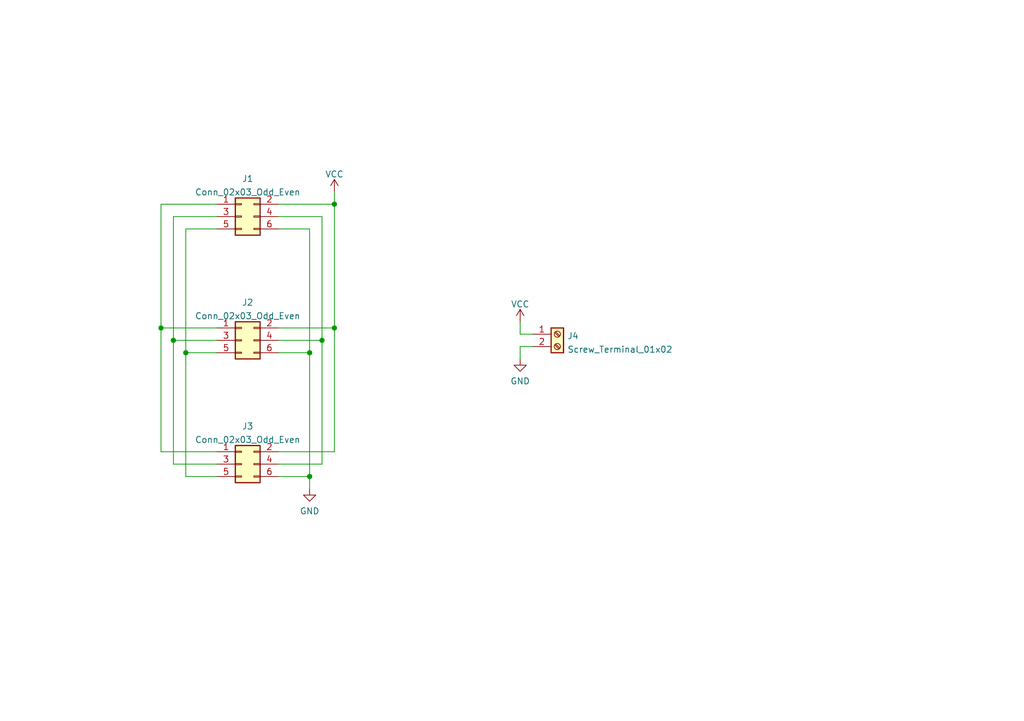
<source format=kicad_sch>
(kicad_sch (version 20211123) (generator eeschema)

  (uuid e63e39d7-6ac0-4ffd-8aa3-1841a4541b55)

  (paper "A5")

  (title_block
    (title "eAVR6-adapter-hrz")
    (company "Nakamura Labs")
    (comment 1 "https://github.com/kiu/eAVR")
  )

  (lib_symbols
    (symbol "Connector:Screw_Terminal_01x02" (pin_names (offset 1.016) hide) (in_bom yes) (on_board yes)
      (property "Reference" "J" (id 0) (at 0 2.54 0)
        (effects (font (size 1.27 1.27)))
      )
      (property "Value" "Screw_Terminal_01x02" (id 1) (at 0 -5.08 0)
        (effects (font (size 1.27 1.27)))
      )
      (property "Footprint" "" (id 2) (at 0 0 0)
        (effects (font (size 1.27 1.27)) hide)
      )
      (property "Datasheet" "~" (id 3) (at 0 0 0)
        (effects (font (size 1.27 1.27)) hide)
      )
      (property "ki_keywords" "screw terminal" (id 4) (at 0 0 0)
        (effects (font (size 1.27 1.27)) hide)
      )
      (property "ki_description" "Generic screw terminal, single row, 01x02, script generated (kicad-library-utils/schlib/autogen/connector/)" (id 5) (at 0 0 0)
        (effects (font (size 1.27 1.27)) hide)
      )
      (property "ki_fp_filters" "TerminalBlock*:*" (id 6) (at 0 0 0)
        (effects (font (size 1.27 1.27)) hide)
      )
      (symbol "Screw_Terminal_01x02_1_1"
        (rectangle (start -1.27 1.27) (end 1.27 -3.81)
          (stroke (width 0.254) (type default) (color 0 0 0 0))
          (fill (type background))
        )
        (circle (center 0 -2.54) (radius 0.635)
          (stroke (width 0.1524) (type default) (color 0 0 0 0))
          (fill (type none))
        )
        (polyline
          (pts
            (xy -0.5334 -2.2098)
            (xy 0.3302 -3.048)
          )
          (stroke (width 0.1524) (type default) (color 0 0 0 0))
          (fill (type none))
        )
        (polyline
          (pts
            (xy -0.5334 0.3302)
            (xy 0.3302 -0.508)
          )
          (stroke (width 0.1524) (type default) (color 0 0 0 0))
          (fill (type none))
        )
        (polyline
          (pts
            (xy -0.3556 -2.032)
            (xy 0.508 -2.8702)
          )
          (stroke (width 0.1524) (type default) (color 0 0 0 0))
          (fill (type none))
        )
        (polyline
          (pts
            (xy -0.3556 0.508)
            (xy 0.508 -0.3302)
          )
          (stroke (width 0.1524) (type default) (color 0 0 0 0))
          (fill (type none))
        )
        (circle (center 0 0) (radius 0.635)
          (stroke (width 0.1524) (type default) (color 0 0 0 0))
          (fill (type none))
        )
        (pin passive line (at -5.08 0 0) (length 3.81)
          (name "Pin_1" (effects (font (size 1.27 1.27))))
          (number "1" (effects (font (size 1.27 1.27))))
        )
        (pin passive line (at -5.08 -2.54 0) (length 3.81)
          (name "Pin_2" (effects (font (size 1.27 1.27))))
          (number "2" (effects (font (size 1.27 1.27))))
        )
      )
    )
    (symbol "Connector_Generic:Conn_02x03_Odd_Even" (pin_names (offset 1.016) hide) (in_bom yes) (on_board yes)
      (property "Reference" "J" (id 0) (at 1.27 5.08 0)
        (effects (font (size 1.27 1.27)))
      )
      (property "Value" "Conn_02x03_Odd_Even" (id 1) (at 1.27 -5.08 0)
        (effects (font (size 1.27 1.27)))
      )
      (property "Footprint" "" (id 2) (at 0 0 0)
        (effects (font (size 1.27 1.27)) hide)
      )
      (property "Datasheet" "~" (id 3) (at 0 0 0)
        (effects (font (size 1.27 1.27)) hide)
      )
      (property "ki_keywords" "connector" (id 4) (at 0 0 0)
        (effects (font (size 1.27 1.27)) hide)
      )
      (property "ki_description" "Generic connector, double row, 02x03, odd/even pin numbering scheme (row 1 odd numbers, row 2 even numbers), script generated (kicad-library-utils/schlib/autogen/connector/)" (id 5) (at 0 0 0)
        (effects (font (size 1.27 1.27)) hide)
      )
      (property "ki_fp_filters" "Connector*:*_2x??_*" (id 6) (at 0 0 0)
        (effects (font (size 1.27 1.27)) hide)
      )
      (symbol "Conn_02x03_Odd_Even_1_1"
        (rectangle (start -1.27 -2.413) (end 0 -2.667)
          (stroke (width 0.1524) (type default) (color 0 0 0 0))
          (fill (type none))
        )
        (rectangle (start -1.27 0.127) (end 0 -0.127)
          (stroke (width 0.1524) (type default) (color 0 0 0 0))
          (fill (type none))
        )
        (rectangle (start -1.27 2.667) (end 0 2.413)
          (stroke (width 0.1524) (type default) (color 0 0 0 0))
          (fill (type none))
        )
        (rectangle (start -1.27 3.81) (end 3.81 -3.81)
          (stroke (width 0.254) (type default) (color 0 0 0 0))
          (fill (type background))
        )
        (rectangle (start 3.81 -2.413) (end 2.54 -2.667)
          (stroke (width 0.1524) (type default) (color 0 0 0 0))
          (fill (type none))
        )
        (rectangle (start 3.81 0.127) (end 2.54 -0.127)
          (stroke (width 0.1524) (type default) (color 0 0 0 0))
          (fill (type none))
        )
        (rectangle (start 3.81 2.667) (end 2.54 2.413)
          (stroke (width 0.1524) (type default) (color 0 0 0 0))
          (fill (type none))
        )
        (pin passive line (at -5.08 2.54 0) (length 3.81)
          (name "Pin_1" (effects (font (size 1.27 1.27))))
          (number "1" (effects (font (size 1.27 1.27))))
        )
        (pin passive line (at 7.62 2.54 180) (length 3.81)
          (name "Pin_2" (effects (font (size 1.27 1.27))))
          (number "2" (effects (font (size 1.27 1.27))))
        )
        (pin passive line (at -5.08 0 0) (length 3.81)
          (name "Pin_3" (effects (font (size 1.27 1.27))))
          (number "3" (effects (font (size 1.27 1.27))))
        )
        (pin passive line (at 7.62 0 180) (length 3.81)
          (name "Pin_4" (effects (font (size 1.27 1.27))))
          (number "4" (effects (font (size 1.27 1.27))))
        )
        (pin passive line (at -5.08 -2.54 0) (length 3.81)
          (name "Pin_5" (effects (font (size 1.27 1.27))))
          (number "5" (effects (font (size 1.27 1.27))))
        )
        (pin passive line (at 7.62 -2.54 180) (length 3.81)
          (name "Pin_6" (effects (font (size 1.27 1.27))))
          (number "6" (effects (font (size 1.27 1.27))))
        )
      )
    )
    (symbol "power:GND" (power) (pin_names (offset 0)) (in_bom yes) (on_board yes)
      (property "Reference" "#PWR" (id 0) (at 0 -6.35 0)
        (effects (font (size 1.27 1.27)) hide)
      )
      (property "Value" "GND" (id 1) (at 0 -3.81 0)
        (effects (font (size 1.27 1.27)))
      )
      (property "Footprint" "" (id 2) (at 0 0 0)
        (effects (font (size 1.27 1.27)) hide)
      )
      (property "Datasheet" "" (id 3) (at 0 0 0)
        (effects (font (size 1.27 1.27)) hide)
      )
      (property "ki_keywords" "power-flag" (id 4) (at 0 0 0)
        (effects (font (size 1.27 1.27)) hide)
      )
      (property "ki_description" "Power symbol creates a global label with name \"GND\" , ground" (id 5) (at 0 0 0)
        (effects (font (size 1.27 1.27)) hide)
      )
      (symbol "GND_0_1"
        (polyline
          (pts
            (xy 0 0)
            (xy 0 -1.27)
            (xy 1.27 -1.27)
            (xy 0 -2.54)
            (xy -1.27 -1.27)
            (xy 0 -1.27)
          )
          (stroke (width 0) (type default) (color 0 0 0 0))
          (fill (type none))
        )
      )
      (symbol "GND_1_1"
        (pin power_in line (at 0 0 270) (length 0) hide
          (name "GND" (effects (font (size 1.27 1.27))))
          (number "1" (effects (font (size 1.27 1.27))))
        )
      )
    )
    (symbol "power:VCC" (power) (pin_names (offset 0)) (in_bom yes) (on_board yes)
      (property "Reference" "#PWR" (id 0) (at 0 -3.81 0)
        (effects (font (size 1.27 1.27)) hide)
      )
      (property "Value" "VCC" (id 1) (at 0 3.81 0)
        (effects (font (size 1.27 1.27)))
      )
      (property "Footprint" "" (id 2) (at 0 0 0)
        (effects (font (size 1.27 1.27)) hide)
      )
      (property "Datasheet" "" (id 3) (at 0 0 0)
        (effects (font (size 1.27 1.27)) hide)
      )
      (property "ki_keywords" "power-flag" (id 4) (at 0 0 0)
        (effects (font (size 1.27 1.27)) hide)
      )
      (property "ki_description" "Power symbol creates a global label with name \"VCC\"" (id 5) (at 0 0 0)
        (effects (font (size 1.27 1.27)) hide)
      )
      (symbol "VCC_0_1"
        (polyline
          (pts
            (xy -0.762 1.27)
            (xy 0 2.54)
          )
          (stroke (width 0) (type default) (color 0 0 0 0))
          (fill (type none))
        )
        (polyline
          (pts
            (xy 0 0)
            (xy 0 2.54)
          )
          (stroke (width 0) (type default) (color 0 0 0 0))
          (fill (type none))
        )
        (polyline
          (pts
            (xy 0 2.54)
            (xy 0.762 1.27)
          )
          (stroke (width 0) (type default) (color 0 0 0 0))
          (fill (type none))
        )
      )
      (symbol "VCC_1_1"
        (pin power_in line (at 0 0 90) (length 0) hide
          (name "VCC" (effects (font (size 1.27 1.27))))
          (number "1" (effects (font (size 1.27 1.27))))
        )
      )
    )
  )

  (junction (at 63.5 97.79) (diameter 0) (color 0 0 0 0)
    (uuid 058fedcc-704d-4293-8197-34a17ef8dc07)
  )
  (junction (at 68.58 41.91) (diameter 0) (color 0 0 0 0)
    (uuid 23425199-2ac8-404e-b295-8bb0276f526e)
  )
  (junction (at 66.04 69.85) (diameter 0) (color 0 0 0 0)
    (uuid 49389a66-8741-452b-8284-834f65c51e1b)
  )
  (junction (at 35.56 69.85) (diameter 0) (color 0 0 0 0)
    (uuid 5c16107e-b60f-4f98-bbed-8abfeb5d4011)
  )
  (junction (at 63.5 72.39) (diameter 0) (color 0 0 0 0)
    (uuid 7ea15999-0781-4c2e-a266-2adaf5a39946)
  )
  (junction (at 33.02 67.31) (diameter 0) (color 0 0 0 0)
    (uuid c27162ce-dec2-4696-8422-f740d31716cf)
  )
  (junction (at 38.1 72.39) (diameter 0) (color 0 0 0 0)
    (uuid e382fedc-c868-44fd-9740-47cc05b15c1c)
  )
  (junction (at 68.58 67.31) (diameter 0) (color 0 0 0 0)
    (uuid fd2d066c-2ff9-43c4-ab8e-a65d2b71b5c1)
  )

  (wire (pts (xy 35.56 95.25) (xy 44.45 95.25))
    (stroke (width 0) (type default) (color 0 0 0 0))
    (uuid 051d4750-b73a-474f-abf5-a58dadb01c92)
  )
  (wire (pts (xy 57.15 46.99) (xy 63.5 46.99))
    (stroke (width 0) (type default) (color 0 0 0 0))
    (uuid 1675ce03-54b6-4252-90b1-150b2d4729ec)
  )
  (wire (pts (xy 57.15 41.91) (xy 68.58 41.91))
    (stroke (width 0) (type default) (color 0 0 0 0))
    (uuid 1e362064-1c5c-469c-8576-28390879d190)
  )
  (wire (pts (xy 66.04 44.45) (xy 66.04 69.85))
    (stroke (width 0) (type default) (color 0 0 0 0))
    (uuid 31ae1ddb-55f8-4875-b94d-87a4d0c86414)
  )
  (wire (pts (xy 63.5 46.99) (xy 63.5 72.39))
    (stroke (width 0) (type default) (color 0 0 0 0))
    (uuid 31d127b8-e8f8-47b6-acc4-5f7197d756d8)
  )
  (wire (pts (xy 57.15 69.85) (xy 66.04 69.85))
    (stroke (width 0) (type default) (color 0 0 0 0))
    (uuid 3a41f6b2-d64e-4fc9-9c78-62461e28f42c)
  )
  (wire (pts (xy 57.15 72.39) (xy 63.5 72.39))
    (stroke (width 0) (type default) (color 0 0 0 0))
    (uuid 539ff21e-64a5-4d0a-a3c6-87ad104f3729)
  )
  (wire (pts (xy 33.02 67.31) (xy 44.45 67.31))
    (stroke (width 0) (type default) (color 0 0 0 0))
    (uuid 5417d93e-ea72-4615-a825-50b48895bd92)
  )
  (wire (pts (xy 109.22 71.12) (xy 106.68 71.12))
    (stroke (width 0) (type default) (color 0 0 0 0))
    (uuid 5c5b3284-d7e2-4069-8087-eaf4a8346272)
  )
  (wire (pts (xy 33.02 41.91) (xy 33.02 67.31))
    (stroke (width 0) (type default) (color 0 0 0 0))
    (uuid 70b621b6-45b5-43cb-9683-d589118723d7)
  )
  (wire (pts (xy 44.45 46.99) (xy 38.1 46.99))
    (stroke (width 0) (type default) (color 0 0 0 0))
    (uuid 73e2a101-0bc0-414b-9aa7-7eeb8a3caef1)
  )
  (wire (pts (xy 35.56 69.85) (xy 35.56 95.25))
    (stroke (width 0) (type default) (color 0 0 0 0))
    (uuid 74a9c3ca-08aa-4a6a-9a4f-5ecc24362076)
  )
  (wire (pts (xy 106.68 66.04) (xy 106.68 68.58))
    (stroke (width 0) (type default) (color 0 0 0 0))
    (uuid 794e55a0-75fe-436a-8b64-c2f248c65f18)
  )
  (wire (pts (xy 38.1 72.39) (xy 38.1 97.79))
    (stroke (width 0) (type default) (color 0 0 0 0))
    (uuid 7e9c7b14-3332-49ee-a587-5014a80db3f9)
  )
  (wire (pts (xy 44.45 41.91) (xy 33.02 41.91))
    (stroke (width 0) (type default) (color 0 0 0 0))
    (uuid 7f2c9904-545b-4337-acd6-8707e0924818)
  )
  (wire (pts (xy 63.5 72.39) (xy 63.5 97.79))
    (stroke (width 0) (type default) (color 0 0 0 0))
    (uuid 815a0815-7930-45ec-8d6e-dc110f979c75)
  )
  (wire (pts (xy 106.68 68.58) (xy 109.22 68.58))
    (stroke (width 0) (type default) (color 0 0 0 0))
    (uuid 875404be-e359-458a-af29-1bd3403dd55f)
  )
  (wire (pts (xy 57.15 44.45) (xy 66.04 44.45))
    (stroke (width 0) (type default) (color 0 0 0 0))
    (uuid 92ba8945-0271-4dc3-a102-541bc7646045)
  )
  (wire (pts (xy 57.15 67.31) (xy 68.58 67.31))
    (stroke (width 0) (type default) (color 0 0 0 0))
    (uuid 93340c38-8bfd-447a-bf60-be3c6dc860d9)
  )
  (wire (pts (xy 68.58 92.71) (xy 57.15 92.71))
    (stroke (width 0) (type default) (color 0 0 0 0))
    (uuid 99e5628a-8c61-4f9d-aa6e-5b585271b505)
  )
  (wire (pts (xy 63.5 97.79) (xy 63.5 100.33))
    (stroke (width 0) (type default) (color 0 0 0 0))
    (uuid 9f289b4a-cc82-473b-9973-1ab4c36355f8)
  )
  (wire (pts (xy 35.56 69.85) (xy 44.45 69.85))
    (stroke (width 0) (type default) (color 0 0 0 0))
    (uuid a1f64cc6-dc73-41aa-a86c-99d2c0c7e9e8)
  )
  (wire (pts (xy 38.1 46.99) (xy 38.1 72.39))
    (stroke (width 0) (type default) (color 0 0 0 0))
    (uuid a49f7437-7605-4a08-b3ab-0ea16e8bc6c8)
  )
  (wire (pts (xy 68.58 67.31) (xy 68.58 92.71))
    (stroke (width 0) (type default) (color 0 0 0 0))
    (uuid a632aa3e-0113-4f5d-90b5-27bac9ed8392)
  )
  (wire (pts (xy 33.02 92.71) (xy 44.45 92.71))
    (stroke (width 0) (type default) (color 0 0 0 0))
    (uuid ad9624f8-cf25-4b9a-95b1-2c64fccd57f6)
  )
  (wire (pts (xy 63.5 97.79) (xy 57.15 97.79))
    (stroke (width 0) (type default) (color 0 0 0 0))
    (uuid aeef9f8f-2515-46d6-a613-4e8d98d0e468)
  )
  (wire (pts (xy 44.45 44.45) (xy 35.56 44.45))
    (stroke (width 0) (type default) (color 0 0 0 0))
    (uuid b7e9cf10-b74e-4e80-a7f1-e33a29fe56de)
  )
  (wire (pts (xy 38.1 97.79) (xy 44.45 97.79))
    (stroke (width 0) (type default) (color 0 0 0 0))
    (uuid c7050574-27e1-4a80-9dab-24805663409e)
  )
  (wire (pts (xy 68.58 41.91) (xy 68.58 67.31))
    (stroke (width 0) (type default) (color 0 0 0 0))
    (uuid c8ce7d0f-bd8a-416c-9bb9-339f4090a830)
  )
  (wire (pts (xy 66.04 95.25) (xy 57.15 95.25))
    (stroke (width 0) (type default) (color 0 0 0 0))
    (uuid c9af433b-c759-435f-b23f-8e61bde22221)
  )
  (wire (pts (xy 106.68 71.12) (xy 106.68 73.66))
    (stroke (width 0) (type default) (color 0 0 0 0))
    (uuid d5605fa7-538d-473c-8da8-4e6409672b1d)
  )
  (wire (pts (xy 38.1 72.39) (xy 44.45 72.39))
    (stroke (width 0) (type default) (color 0 0 0 0))
    (uuid daa8252e-3760-4210-b0ae-513325376d6c)
  )
  (wire (pts (xy 68.58 39.37) (xy 68.58 41.91))
    (stroke (width 0) (type default) (color 0 0 0 0))
    (uuid dc419a21-b30b-44db-8d8a-272c5f8ad6c6)
  )
  (wire (pts (xy 66.04 69.85) (xy 66.04 95.25))
    (stroke (width 0) (type default) (color 0 0 0 0))
    (uuid e5e03502-ed28-4743-9af6-23bafe8e639e)
  )
  (wire (pts (xy 33.02 67.31) (xy 33.02 92.71))
    (stroke (width 0) (type default) (color 0 0 0 0))
    (uuid f03f8712-a7f0-45ba-8dbf-7ce6f298ed42)
  )
  (wire (pts (xy 35.56 44.45) (xy 35.56 69.85))
    (stroke (width 0) (type default) (color 0 0 0 0))
    (uuid f46f4b86-daf6-4869-98cb-928039f00f5f)
  )

  (symbol (lib_id "power:VCC") (at 68.58 39.37 0) (unit 1)
    (in_bom yes) (on_board yes) (fields_autoplaced)
    (uuid 3191783e-5075-4348-8aac-846f923d21cb)
    (property "Reference" "#PWR02" (id 0) (at 68.58 43.18 0)
      (effects (font (size 1.27 1.27)) hide)
    )
    (property "Value" "VCC" (id 1) (at 68.58 35.7655 0))
    (property "Footprint" "" (id 2) (at 68.58 39.37 0)
      (effects (font (size 1.27 1.27)) hide)
    )
    (property "Datasheet" "" (id 3) (at 68.58 39.37 0)
      (effects (font (size 1.27 1.27)) hide)
    )
    (pin "1" (uuid 2d0a1cd4-a5be-46cc-a28f-17278e9b94e9))
  )

  (symbol (lib_id "power:GND") (at 63.5 100.33 0) (unit 1)
    (in_bom yes) (on_board yes) (fields_autoplaced)
    (uuid 3b398e0a-4c10-4dcc-aa1f-5dcd51a576d9)
    (property "Reference" "#PWR01" (id 0) (at 63.5 106.68 0)
      (effects (font (size 1.27 1.27)) hide)
    )
    (property "Value" "GND" (id 1) (at 63.5 104.8925 0))
    (property "Footprint" "" (id 2) (at 63.5 100.33 0)
      (effects (font (size 1.27 1.27)) hide)
    )
    (property "Datasheet" "" (id 3) (at 63.5 100.33 0)
      (effects (font (size 1.27 1.27)) hide)
    )
    (pin "1" (uuid a32fe8ab-5810-40f6-8eab-48332c0ee5a0))
  )

  (symbol (lib_id "Connector:Screw_Terminal_01x02") (at 114.3 68.58 0) (unit 1)
    (in_bom yes) (on_board yes) (fields_autoplaced)
    (uuid 3d0ee88c-fab5-44ff-91c4-a21e663a09de)
    (property "Reference" "J4" (id 0) (at 116.332 68.9415 0)
      (effects (font (size 1.27 1.27)) (justify left))
    )
    (property "Value" "Screw_Terminal_01x02" (id 1) (at 116.332 71.7166 0)
      (effects (font (size 1.27 1.27)) (justify left))
    )
    (property "Footprint" "TerminalBlock:TerminalBlock_bornier-2_P5.08mm" (id 2) (at 114.3 68.58 0)
      (effects (font (size 1.27 1.27)) hide)
    )
    (property "Datasheet" "~" (id 3) (at 114.3 68.58 0)
      (effects (font (size 1.27 1.27)) hide)
    )
    (pin "1" (uuid 7fd58396-b4e5-46f4-aa37-499fb1457243))
    (pin "2" (uuid 588d3cbf-6c0a-4102-8f72-574f6ea20133))
  )

  (symbol (lib_id "power:VCC") (at 106.68 66.04 0) (unit 1)
    (in_bom yes) (on_board yes) (fields_autoplaced)
    (uuid 502090da-c5a3-4316-9f8a-2de92274b2b8)
    (property "Reference" "#PWR03" (id 0) (at 106.68 69.85 0)
      (effects (font (size 1.27 1.27)) hide)
    )
    (property "Value" "VCC" (id 1) (at 106.68 62.4355 0))
    (property "Footprint" "" (id 2) (at 106.68 66.04 0)
      (effects (font (size 1.27 1.27)) hide)
    )
    (property "Datasheet" "" (id 3) (at 106.68 66.04 0)
      (effects (font (size 1.27 1.27)) hide)
    )
    (pin "1" (uuid bf046f55-cad5-4e6d-8fc5-1978a2a4f4dc))
  )

  (symbol (lib_id "Connector_Generic:Conn_02x03_Odd_Even") (at 49.53 95.25 0) (unit 1)
    (in_bom yes) (on_board yes) (fields_autoplaced)
    (uuid 58b75830-9e39-45c9-8547-367ebee8a907)
    (property "Reference" "J3" (id 0) (at 50.8 87.4735 0))
    (property "Value" "Conn_02x03_Odd_Even" (id 1) (at 50.8 90.2486 0))
    (property "Footprint" "eAVR:eAVR6-EdgeSocket_2x03_P2.54mm_Vertical" (id 2) (at 49.53 95.25 0)
      (effects (font (size 1.27 1.27)) hide)
    )
    (property "Datasheet" "~" (id 3) (at 49.53 95.25 0)
      (effects (font (size 1.27 1.27)) hide)
    )
    (pin "1" (uuid 3a013e8f-5b12-499b-8d2d-0ad49966db1a))
    (pin "2" (uuid 7b32ef33-8c7b-417f-9260-1a8773398f8f))
    (pin "3" (uuid 07b7ccce-8895-49f2-b220-e85ac43040b1))
    (pin "4" (uuid 8fac398c-22c9-4741-a001-aab7ea92da04))
    (pin "5" (uuid bcd9d733-3cca-4780-8540-cda4d5f83456))
    (pin "6" (uuid 65d50500-96c3-4685-9691-5f83fde7ff57))
  )

  (symbol (lib_id "Connector_Generic:Conn_02x03_Odd_Even") (at 49.53 69.85 0) (unit 1)
    (in_bom yes) (on_board yes) (fields_autoplaced)
    (uuid 5f88a249-af85-4825-b9e1-a3ec67ffc637)
    (property "Reference" "J2" (id 0) (at 50.8 62.0735 0))
    (property "Value" "Conn_02x03_Odd_Even" (id 1) (at 50.8 64.8486 0))
    (property "Footprint" "Connector_IDC:IDC-Header_2x03_P2.54mm_Vertical" (id 2) (at 49.53 69.85 0)
      (effects (font (size 1.27 1.27)) hide)
    )
    (property "Datasheet" "~" (id 3) (at 49.53 69.85 0)
      (effects (font (size 1.27 1.27)) hide)
    )
    (pin "1" (uuid cfdd684c-0d04-48e4-a62a-4b899d9ad32f))
    (pin "2" (uuid e6eb6955-2cd6-4a24-9d4c-bf3c42dcce77))
    (pin "3" (uuid 43cc948b-7aa9-4530-a448-911bd0e35fae))
    (pin "4" (uuid 449c1c23-1f0d-4ed5-b566-2c18ec95c2a3))
    (pin "5" (uuid 9b11964f-5943-49c9-bbf0-08d035779463))
    (pin "6" (uuid 3c847883-a462-4ea9-9466-d1dd1edc5a97))
  )

  (symbol (lib_id "power:GND") (at 106.68 73.66 0) (unit 1)
    (in_bom yes) (on_board yes) (fields_autoplaced)
    (uuid 61e795c9-5bb5-48b3-b7a0-cb64f04c7adc)
    (property "Reference" "#PWR04" (id 0) (at 106.68 80.01 0)
      (effects (font (size 1.27 1.27)) hide)
    )
    (property "Value" "GND" (id 1) (at 106.68 78.2225 0))
    (property "Footprint" "" (id 2) (at 106.68 73.66 0)
      (effects (font (size 1.27 1.27)) hide)
    )
    (property "Datasheet" "" (id 3) (at 106.68 73.66 0)
      (effects (font (size 1.27 1.27)) hide)
    )
    (pin "1" (uuid ca12753c-a5f4-49a4-bb14-a01420a86edb))
  )

  (symbol (lib_id "Connector_Generic:Conn_02x03_Odd_Even") (at 49.53 44.45 0) (unit 1)
    (in_bom yes) (on_board yes) (fields_autoplaced)
    (uuid f6c96c0d-4cf7-4e5a-ad96-cb52e5fda138)
    (property "Reference" "J1" (id 0) (at 50.8 36.6735 0))
    (property "Value" "Conn_02x03_Odd_Even" (id 1) (at 50.8 39.4486 0))
    (property "Footprint" "eAVR:eAVR6-EdgeSocket_2x03_P2.54mm_Vertical" (id 2) (at 49.53 44.45 0)
      (effects (font (size 1.27 1.27)) hide)
    )
    (property "Datasheet" "~" (id 3) (at 49.53 44.45 0)
      (effects (font (size 1.27 1.27)) hide)
    )
    (pin "1" (uuid 3f43b8cc-e232-4de4-a8bc-56a1a1c0a87a))
    (pin "2" (uuid 7fa098fb-b644-4e64-920e-8328b5d12f21))
    (pin "3" (uuid 487ede9d-e4e2-47c1-b417-084ff862638c))
    (pin "4" (uuid 6db4c715-f604-4ad5-b3e6-77e085153a04))
    (pin "5" (uuid a6353897-349e-4000-937a-994d7719e8ce))
    (pin "6" (uuid 78a4062b-d2b4-4346-a029-0257bf4c7e99))
  )

  (sheet_instances
    (path "/" (page "1"))
  )

  (symbol_instances
    (path "/3b398e0a-4c10-4dcc-aa1f-5dcd51a576d9"
      (reference "#PWR01") (unit 1) (value "GND") (footprint "")
    )
    (path "/3191783e-5075-4348-8aac-846f923d21cb"
      (reference "#PWR02") (unit 1) (value "VCC") (footprint "")
    )
    (path "/502090da-c5a3-4316-9f8a-2de92274b2b8"
      (reference "#PWR03") (unit 1) (value "VCC") (footprint "")
    )
    (path "/61e795c9-5bb5-48b3-b7a0-cb64f04c7adc"
      (reference "#PWR04") (unit 1) (value "GND") (footprint "")
    )
    (path "/f6c96c0d-4cf7-4e5a-ad96-cb52e5fda138"
      (reference "J1") (unit 1) (value "Conn_02x03_Odd_Even") (footprint "eAVR:eAVR6-EdgeSocket_2x03_P2.54mm_Vertical")
    )
    (path "/5f88a249-af85-4825-b9e1-a3ec67ffc637"
      (reference "J2") (unit 1) (value "Conn_02x03_Odd_Even") (footprint "Connector_IDC:IDC-Header_2x03_P2.54mm_Vertical")
    )
    (path "/58b75830-9e39-45c9-8547-367ebee8a907"
      (reference "J3") (unit 1) (value "Conn_02x03_Odd_Even") (footprint "eAVR:eAVR6-EdgeSocket_2x03_P2.54mm_Vertical")
    )
    (path "/3d0ee88c-fab5-44ff-91c4-a21e663a09de"
      (reference "J4") (unit 1) (value "Screw_Terminal_01x02") (footprint "TerminalBlock:TerminalBlock_bornier-2_P5.08mm")
    )
  )
)

</source>
